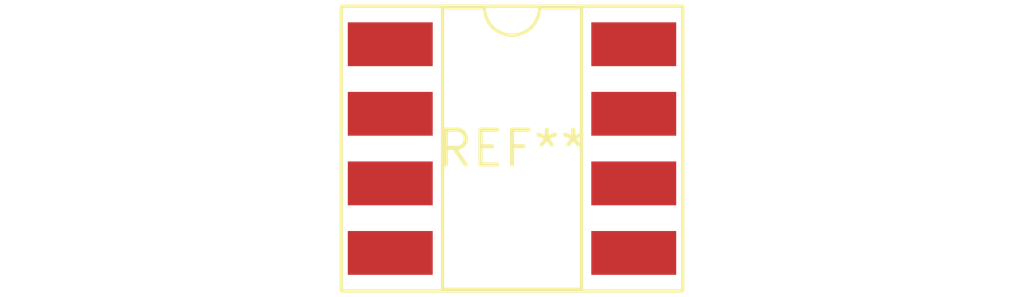
<source format=kicad_pcb>
(kicad_pcb (version 20240108) (generator pcbnew)
  (layers (0 "F.Cu" signal) (31 "B.Cu" signal) (34 "B.Paste" user) (35 "F.Paste" user) (36 "B.SilkS" user "B.Silkscreen") (37 "F.SilkS" user "F.Silkscreen") (38 "B.Mask" user) (39 "F.Mask" user) (44 "Edge.Cuts" user))
  (net 0 "")
  (footprint "DIP-8_W8.89mm_SMDSocket_LongPads" (layer "F.Cu") (at 0 0)
    (property "Reference" "REF**")
    (property "Value" "DIP-8_W8.89mm_SMDSocket_LongPads")
    (fp_line (start -6.235 -5.2) (end -6.235 5.2) (layer "F.SilkS") (stroke (width 0.12)))
    (fp_line (start -6.235 5.2) (end 6.235 5.2) (layer "F.SilkS") (stroke (width 0.12)))
    (fp_line (start -2.535 -5.14) (end -2.535 5.14) (layer "F.SilkS") (stroke (width 0.12)))
    (fp_line (start -2.535 5.14) (end 2.535 5.14) (layer "F.SilkS") (stroke (width 0.12)))
    (fp_line (start -1 -5.14) (end -2.535 -5.14) (layer "F.SilkS") (stroke (width 0.12)))
    (fp_line (start 2.535 -5.14) (end 1 -5.14) (layer "F.SilkS") (stroke (width 0.12)))
    (fp_line (start 2.535 5.14) (end 2.535 -5.14) (layer "F.SilkS") (stroke (width 0.12)))
    (fp_line (start 6.235 -5.2) (end -6.235 -5.2) (layer "F.SilkS") (stroke (width 0.12)))
    (fp_line (start 6.235 5.2) (end 6.235 -5.2) (layer "F.SilkS") (stroke (width 0.12)))
    (fp_arc (start 1 -5.14) (mid 0 -4.14) (end -1 -5.14) (layer "F.SilkS") (stroke (width 0.12)))
    (pad "1" smd rect (at -4.445 -3.81) (size 3.1 1.6) (layers "F.Cu" "F.Paste" "F.Mask"))
    (pad "2" smd rect (at -4.445 -1.27) (size 3.1 1.6) (layers "F.Cu" "F.Paste" "F.Mask"))
    (pad "3" smd rect (at -4.445 1.27) (size 3.1 1.6) (layers "F.Cu" "F.Paste" "F.Mask"))
    (pad "4" smd rect (at -4.445 3.81) (size 3.1 1.6) (layers "F.Cu" "F.Paste" "F.Mask"))
    (pad "5" smd rect (at 4.445 3.81) (size 3.1 1.6) (layers "F.Cu" "F.Paste" "F.Mask"))
    (pad "6" smd rect (at 4.445 1.27) (size 3.1 1.6) (layers "F.Cu" "F.Paste" "F.Mask"))
    (pad "7" smd rect (at 4.445 -1.27) (size 3.1 1.6) (layers "F.Cu" "F.Paste" "F.Mask"))
    (pad "8" smd rect (at 4.445 -3.81) (size 3.1 1.6) (layers "F.Cu" "F.Paste" "F.Mask"))
  )
)
</source>
